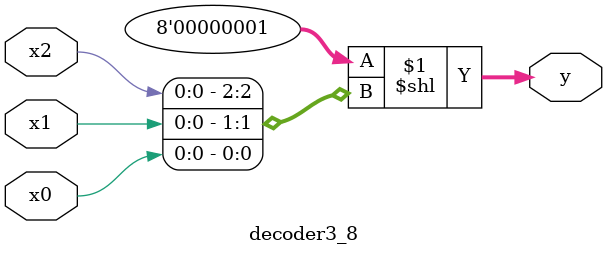
<source format=v>
module decoder3_8(input x2,x1,x0,output [7:0]y);
  assign y=8'b00000001 << {x2,x1,x0};
endmodule

</source>
